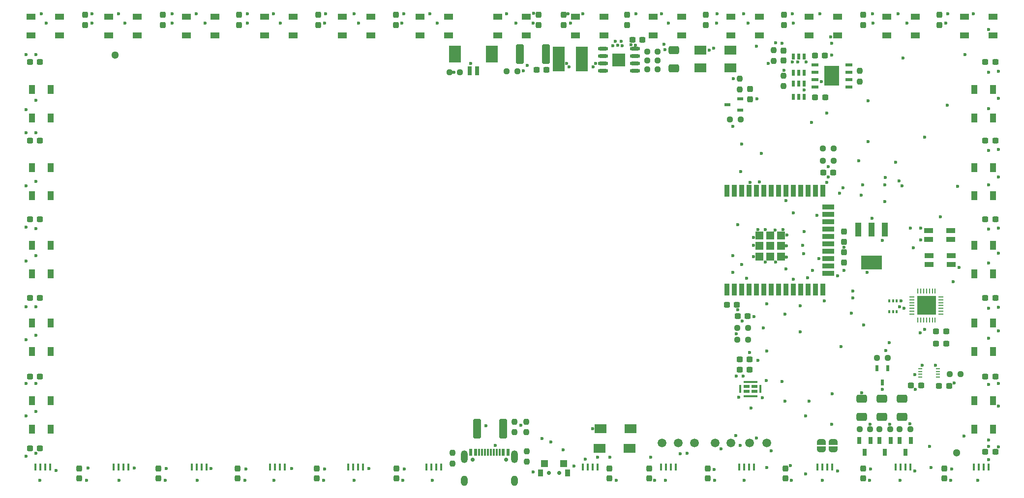
<source format=gbr>
%TF.GenerationSoftware,KiCad,Pcbnew,(6.0.6-0)*%
%TF.CreationDate,2022-08-06T22:16:54+02:00*%
%TF.ProjectId,GlowSignMainPCB,476c6f77-5369-4676-9e4d-61696e504342,rev?*%
%TF.SameCoordinates,Original*%
%TF.FileFunction,Soldermask,Top*%
%TF.FilePolarity,Negative*%
%FSLAX46Y46*%
G04 Gerber Fmt 4.6, Leading zero omitted, Abs format (unit mm)*
G04 Created by KiCad (PCBNEW (6.0.6-0)) date 2022-08-06 22:16:54*
%MOMM*%
%LPD*%
G01*
G04 APERTURE LIST*
G04 Aperture macros list*
%AMRoundRect*
0 Rectangle with rounded corners*
0 $1 Rounding radius*
0 $2 $3 $4 $5 $6 $7 $8 $9 X,Y pos of 4 corners*
0 Add a 4 corners polygon primitive as box body*
4,1,4,$2,$3,$4,$5,$6,$7,$8,$9,$2,$3,0*
0 Add four circle primitives for the rounded corners*
1,1,$1+$1,$2,$3*
1,1,$1+$1,$4,$5*
1,1,$1+$1,$6,$7*
1,1,$1+$1,$8,$9*
0 Add four rect primitives between the rounded corners*
20,1,$1+$1,$2,$3,$4,$5,0*
20,1,$1+$1,$4,$5,$6,$7,0*
20,1,$1+$1,$6,$7,$8,$9,0*
20,1,$1+$1,$8,$9,$2,$3,0*%
%AMFreePoly0*
4,1,22,0.500000,-0.750000,0.000000,-0.750000,0.000000,-0.745033,-0.079941,-0.743568,-0.215256,-0.701293,-0.333266,-0.622738,-0.424486,-0.514219,-0.481581,-0.384460,-0.499164,-0.250000,-0.500000,-0.250000,-0.500000,0.250000,-0.499164,0.250000,-0.499963,0.256109,-0.478152,0.396186,-0.417904,0.524511,-0.324060,0.630769,-0.204165,0.706417,-0.067858,0.745374,0.000000,0.744959,0.000000,0.750000,
0.500000,0.750000,0.500000,-0.750000,0.500000,-0.750000,$1*%
%AMFreePoly1*
4,1,20,0.000000,0.744959,0.073905,0.744508,0.209726,0.703889,0.328688,0.626782,0.421226,0.519385,0.479903,0.390333,0.500000,0.250000,0.500000,-0.250000,0.499851,-0.262216,0.476331,-0.402017,0.414519,-0.529596,0.319384,-0.634700,0.198574,-0.708877,0.061801,-0.746166,0.000000,-0.745033,0.000000,-0.750000,-0.500000,-0.750000,-0.500000,0.750000,0.000000,0.750000,0.000000,0.744959,
0.000000,0.744959,$1*%
G04 Aperture macros list end*
%ADD10RoundRect,0.237500X-0.237500X0.300000X-0.237500X-0.300000X0.237500X-0.300000X0.237500X0.300000X0*%
%ADD11RoundRect,0.237500X-0.250000X-0.237500X0.250000X-0.237500X0.250000X0.237500X-0.250000X0.237500X0*%
%ADD12RoundRect,0.250000X0.650000X-0.412500X0.650000X0.412500X-0.650000X0.412500X-0.650000X-0.412500X0*%
%ADD13R,0.900000X2.000000*%
%ADD14R,2.000000X0.900000*%
%ADD15R,1.330000X1.330000*%
%ADD16RoundRect,0.237500X0.237500X-0.250000X0.237500X0.250000X-0.237500X0.250000X-0.237500X-0.250000X0*%
%ADD17R,1.500000X1.000000*%
%ADD18RoundRect,0.237500X0.237500X-0.300000X0.237500X0.300000X-0.237500X0.300000X-0.237500X-0.300000X0*%
%ADD19RoundRect,0.237500X-0.300000X-0.237500X0.300000X-0.237500X0.300000X0.237500X-0.300000X0.237500X0*%
%ADD20R,2.046380X1.620015*%
%ADD21RoundRect,0.237500X-0.237500X0.250000X-0.237500X-0.250000X0.237500X-0.250000X0.237500X0.250000X0*%
%ADD22RoundRect,0.250000X-0.400000X-1.450000X0.400000X-1.450000X0.400000X1.450000X-0.400000X1.450000X0*%
%ADD23RoundRect,0.250000X0.400000X1.450000X-0.400000X1.450000X-0.400000X-1.450000X0.400000X-1.450000X0*%
%ADD24R,1.000000X1.500000*%
%ADD25R,0.419990X1.300000*%
%ADD26C,0.700025*%
%ADD27R,0.900000X1.200000*%
%ADD28R,1.200000X1.300000*%
%ADD29RoundRect,0.237500X0.250000X0.237500X-0.250000X0.237500X-0.250000X-0.237500X0.250000X-0.237500X0*%
%ADD30O,1.800000X0.600000*%
%ADD31R,2.289992X2.289992*%
%ADD32RoundRect,0.237500X0.300000X0.237500X-0.300000X0.237500X-0.300000X-0.237500X0.300000X-0.237500X0*%
%ADD33R,0.600000X1.070003*%
%ADD34R,0.280010X0.900000*%
%ADD35R,0.900000X0.280010*%
%ADD36R,3.300000X3.300000*%
%ADD37C,1.500000*%
%ADD38R,1.200000X0.600000*%
%ADD39R,2.500000X3.499873*%
%ADD40O,0.750013X0.250013*%
%ADD41FreePoly0,270.000000*%
%ADD42FreePoly1,270.000000*%
%ADD43R,0.700000X1.250013*%
%ADD44R,0.980010X2.470003*%
%ADD45R,3.600000X2.470003*%
%ADD46R,1.500000X0.900000*%
%ADD47R,0.419990X0.600000*%
%ADD48R,0.600000X1.300000*%
%ADD49R,0.300000X1.300000*%
%ADD50O,1.200000X1.800000*%
%ADD51O,1.200000X2.200000*%
%ADD52R,0.532004X1.072009*%
%ADD53RoundRect,0.250000X-0.650000X0.412500X-0.650000X-0.412500X0.650000X-0.412500X0.650000X0.412500X0*%
%ADD54R,0.550013X1.000000*%
%ADD55R,1.050013X0.550013*%
%ADD56R,0.450013X1.400000*%
%ADD57R,2.400000X0.450013*%
%ADD58R,1.037490X0.532004*%
%ADD59R,2.124003X4.220015*%
%ADD60R,2.100000X3.000000*%
%ADD61R,0.800000X1.600000*%
%ADD62C,1.300000*%
%ADD63C,0.600000*%
G04 APERTURE END LIST*
D10*
%TO.C,C30*%
X155651200Y-60605500D03*
X155651200Y-62330500D03*
%TD*%
D11*
%TO.C,R22*%
X174347500Y-68427600D03*
X176172500Y-68427600D03*
%TD*%
D10*
%TO.C,C24*%
X224688400Y-60605500D03*
X224688400Y-62330500D03*
%TD*%
D12*
%TO.C,C56*%
X211328000Y-129832500D03*
X211328000Y-126707500D03*
%TD*%
D13*
%TO.C,U4*%
X188065900Y-107922500D03*
X189335900Y-107922500D03*
X190605900Y-107922500D03*
X191875900Y-107922500D03*
X193145900Y-107922500D03*
X194415900Y-107922500D03*
X195685900Y-107922500D03*
X196955900Y-107922500D03*
X198225900Y-107922500D03*
X199495900Y-107922500D03*
X200765900Y-107922500D03*
X202035900Y-107922500D03*
X203305900Y-107922500D03*
X204575900Y-107922500D03*
D14*
X205575900Y-105137500D03*
X205575900Y-103867500D03*
X205575900Y-102597500D03*
X205575900Y-101327500D03*
X205575900Y-100057500D03*
X205575900Y-98787500D03*
X205575900Y-97517500D03*
X205575900Y-96247500D03*
X205575900Y-94977500D03*
X205575900Y-93707500D03*
D13*
X204575900Y-90922500D03*
X203305900Y-90922500D03*
X202035900Y-90922500D03*
X200765900Y-90922500D03*
X199495900Y-90922500D03*
X198225900Y-90922500D03*
X196955900Y-90922500D03*
X195685900Y-90922500D03*
X194415900Y-90922500D03*
X193145900Y-90922500D03*
X191875900Y-90922500D03*
X190605900Y-90922500D03*
X189335900Y-90922500D03*
X188065900Y-90922500D03*
D15*
X193730900Y-102257500D03*
X195565900Y-100422500D03*
X193730900Y-98587500D03*
X197400900Y-102257500D03*
X197400900Y-98587500D03*
X197400900Y-100422500D03*
X195565900Y-102257500D03*
X193730900Y-100422500D03*
X195565900Y-98587500D03*
%TD*%
D16*
%TO.C,R14*%
X210989106Y-72077101D03*
X210989106Y-70252101D03*
%TD*%
D17*
%TO.C,D17*%
X108482750Y-60961100D03*
X108482750Y-64161100D03*
X113382750Y-64161100D03*
X113382750Y-60961100D03*
%TD*%
%TO.C,D11*%
X188819450Y-60961100D03*
X188819450Y-64161100D03*
X193719450Y-64161100D03*
X193719450Y-60961100D03*
%TD*%
D18*
%TO.C,C47*%
X167894000Y-140460900D03*
X167894000Y-138735900D03*
%TD*%
D19*
%TO.C,C54*%
X224622720Y-124496537D03*
X226347720Y-124496537D03*
%TD*%
D20*
%TO.C,U6*%
X188696631Y-69697600D03*
X183565820Y-69697600D03*
%TD*%
D10*
%TO.C,C25*%
X211531200Y-60605500D03*
X211531200Y-62330500D03*
%TD*%
D21*
%TO.C,R16*%
X190334213Y-71629900D03*
X190334213Y-73454900D03*
%TD*%
D22*
%TO.C,F2*%
X152461000Y-67362700D03*
X156911000Y-67362700D03*
%TD*%
D17*
%TO.C,D14*%
X148651100Y-60961100D03*
X148651100Y-64161100D03*
X153551100Y-64161100D03*
X153551100Y-60961100D03*
%TD*%
D11*
%TO.C,R19*%
X213920700Y-119684800D03*
X215745700Y-119684800D03*
%TD*%
D17*
%TO.C,D8*%
X228987800Y-60961100D03*
X228987800Y-64161100D03*
X233887800Y-64161100D03*
X233887800Y-60961100D03*
%TD*%
D23*
%TO.C,F1*%
X149545000Y-131876800D03*
X145095000Y-131876800D03*
%TD*%
D24*
%TO.C,D3*%
X233910800Y-127056100D03*
X230710800Y-127056100D03*
X230710800Y-131956100D03*
X233910800Y-131956100D03*
%TD*%
D25*
%TO.C,D28*%
X95956244Y-138494400D03*
X96806130Y-138494400D03*
X97656270Y-138494400D03*
X98506156Y-138494400D03*
%TD*%
D26*
%TO.C,SW3*%
X157493460Y-139475768D03*
X159193486Y-139475768D03*
D27*
X160643575Y-139475768D03*
X156043625Y-139475768D03*
D28*
X160018479Y-137925857D03*
X156668467Y-137925857D03*
%TD*%
D17*
%TO.C,D18*%
X95093300Y-60961100D03*
X95093300Y-64161100D03*
X99993300Y-64161100D03*
X99993300Y-60961100D03*
%TD*%
D21*
%TO.C,R2*%
X140817600Y-136044300D03*
X140817600Y-137869300D03*
%TD*%
D29*
%TO.C,R20*%
X216202900Y-131978400D03*
X214377900Y-131978400D03*
%TD*%
D30*
%TO.C,U5*%
X166737437Y-66443202D03*
X166737437Y-67713205D03*
X166737437Y-68983207D03*
X166737437Y-70253210D03*
X172282269Y-70253210D03*
X172282269Y-68983207D03*
X172282269Y-67713205D03*
X172282269Y-66443202D03*
D31*
X169509853Y-68348206D03*
%TD*%
D19*
%TO.C,C41*%
X68122800Y-135229600D03*
X69847800Y-135229600D03*
%TD*%
D10*
%TO.C,C7*%
X208280000Y-101499500D03*
X208280000Y-103224500D03*
%TD*%
D17*
%TO.C,D20*%
X68314400Y-60961100D03*
X68314400Y-64161100D03*
X73214400Y-64161100D03*
X73214400Y-60961100D03*
%TD*%
D29*
%TO.C,R18*%
X219657300Y-131978400D03*
X217832300Y-131978400D03*
%TD*%
D19*
%TO.C,C37*%
X68122800Y-82270600D03*
X69847800Y-82270600D03*
%TD*%
D32*
%TO.C,C12*%
X157021700Y-70104000D03*
X155296700Y-70104000D03*
%TD*%
D17*
%TO.C,D12*%
X175430000Y-60961100D03*
X175430000Y-64161100D03*
X180330000Y-64161100D03*
X180330000Y-60961100D03*
%TD*%
D11*
%TO.C,R17*%
X174345600Y-66903600D03*
X176170600Y-66903600D03*
%TD*%
D33*
%TO.C,U12*%
X215783162Y-121446923D03*
X213883238Y-121446923D03*
X214833200Y-123917077D03*
%TD*%
D34*
%TO.C,U7*%
X220951930Y-113170479D03*
X221452311Y-113170479D03*
X221952692Y-113170479D03*
X222453073Y-113170479D03*
X222953454Y-113170479D03*
X223453835Y-113170479D03*
X223954216Y-113170479D03*
D35*
X224953200Y-112171749D03*
X224953200Y-111671368D03*
X224953200Y-111170987D03*
X224953200Y-110670606D03*
X224953200Y-110170225D03*
X224953200Y-109669844D03*
X224953200Y-109169463D03*
D34*
X223954216Y-108170479D03*
X223453835Y-108170479D03*
X222953454Y-108170479D03*
X222453073Y-108170479D03*
X221952692Y-108170479D03*
X221452311Y-108170479D03*
X220951930Y-108170479D03*
D35*
X219953200Y-109169463D03*
X219953200Y-109669844D03*
X219953200Y-110170225D03*
X219953200Y-110670606D03*
X219953200Y-111170987D03*
X219953200Y-111671368D03*
X219953200Y-112171749D03*
D36*
X222453073Y-110670606D03*
%TD*%
D17*
%TO.C,D10*%
X202208900Y-60961100D03*
X202208900Y-64161100D03*
X207108900Y-64161100D03*
X207108900Y-60961100D03*
%TD*%
D24*
%TO.C,D5*%
X233910800Y-100278100D03*
X230710800Y-100278100D03*
X230710800Y-105178100D03*
X233910800Y-105178100D03*
%TD*%
D37*
%TO.C,TP1*%
X191973200Y-134366000D03*
%TD*%
D10*
%TO.C,C31*%
X131114800Y-60605500D03*
X131114800Y-62330500D03*
%TD*%
D11*
%TO.C,R12*%
X188608913Y-78587600D03*
X190433913Y-78587600D03*
%TD*%
D19*
%TO.C,C39*%
X68122800Y-109347000D03*
X69847800Y-109347000D03*
%TD*%
D18*
%TO.C,C46*%
X131166700Y-140460900D03*
X131166700Y-138735900D03*
%TD*%
D38*
%TO.C,U10*%
X209067412Y-72999605D03*
X209067412Y-71729602D03*
X209067412Y-70459600D03*
X209067412Y-69189597D03*
X203250800Y-69189597D03*
X203250800Y-70459600D03*
X203250800Y-71729602D03*
X203250800Y-72999605D03*
D39*
X206159106Y-71094601D03*
%TD*%
D37*
%TO.C,TP4*%
X186029600Y-134366000D03*
%TD*%
D40*
%TO.C,U3*%
X224434400Y-123021600D03*
X224434400Y-122521473D03*
X224434400Y-122021600D03*
X224434400Y-121521473D03*
X221334578Y-121521473D03*
X221334578Y-122021600D03*
X221334578Y-122521473D03*
X221334578Y-123021600D03*
%TD*%
D24*
%TO.C,D24*%
X68464400Y-118567100D03*
X71664400Y-118567100D03*
X71664400Y-113667100D03*
X68464400Y-113667100D03*
%TD*%
D19*
%TO.C,C36*%
X68122800Y-68732400D03*
X69847800Y-68732400D03*
%TD*%
D10*
%TO.C,C26*%
X197916800Y-60605500D03*
X197916800Y-62330500D03*
%TD*%
D25*
%TO.C,D34*%
X190190244Y-138494400D03*
X191040130Y-138494400D03*
X191890270Y-138494400D03*
X192740156Y-138494400D03*
%TD*%
%TO.C,D26*%
X69032244Y-138494400D03*
X69882130Y-138494400D03*
X70732270Y-138494400D03*
X71582156Y-138494400D03*
%TD*%
D41*
%TO.C,JP2*%
X206400400Y-134173200D03*
D42*
X206400400Y-135473200D03*
%TD*%
D18*
%TO.C,C48*%
X174701200Y-140460900D03*
X174701200Y-138735900D03*
%TD*%
D25*
%TO.C,D32*%
X163266244Y-138494400D03*
X164116130Y-138494400D03*
X164966270Y-138494400D03*
X165816156Y-138494400D03*
%TD*%
D43*
%TO.C,U16*%
X212785962Y-133924800D03*
X210886038Y-133924800D03*
X211836000Y-135924800D03*
%TD*%
D20*
%TO.C,U15*%
X188696631Y-66700425D03*
X183565820Y-66700425D03*
%TD*%
D44*
%TO.C,U18*%
X215304375Y-97564850D03*
X213004400Y-97564850D03*
X210704425Y-97564850D03*
D45*
X213004400Y-103234650D03*
%TD*%
D16*
%TO.C,R11*%
X151545405Y-132484500D03*
X151545405Y-130659500D03*
%TD*%
D18*
%TO.C,C44*%
X103861150Y-140460900D03*
X103861150Y-138735900D03*
%TD*%
D24*
%TO.C,D23*%
X68464400Y-105178100D03*
X71664400Y-105178100D03*
X71664400Y-100278100D03*
X68464400Y-100278100D03*
%TD*%
D12*
%TO.C,C3*%
X218236800Y-129832500D03*
X218236800Y-126707500D03*
%TD*%
D17*
%TO.C,D15*%
X135261650Y-60961100D03*
X135261650Y-64161100D03*
X140161650Y-64161100D03*
X140161650Y-60961100D03*
%TD*%
D19*
%TO.C,C38*%
X68122800Y-95808800D03*
X69847800Y-95808800D03*
%TD*%
%TO.C,C40*%
X68122800Y-122885200D03*
X69847800Y-122885200D03*
%TD*%
D25*
%TO.C,D37*%
X230576244Y-138494400D03*
X231426130Y-138494400D03*
X232276270Y-138494400D03*
X233126156Y-138494400D03*
%TD*%
D46*
%TO.C,SW1*%
X222839276Y-97801936D03*
X226639124Y-97801936D03*
X226639124Y-99302064D03*
X222839276Y-99302064D03*
%TD*%
D29*
%TO.C,R8*%
X151991700Y-70307200D03*
X150166700Y-70307200D03*
%TD*%
D25*
%TO.C,D33*%
X176728244Y-138494400D03*
X177578130Y-138494400D03*
X178428270Y-138494400D03*
X179278156Y-138494400D03*
%TD*%
D24*
%TO.C,D4*%
X233910800Y-113667100D03*
X230710800Y-113667100D03*
X230710800Y-118567100D03*
X233910800Y-118567100D03*
%TD*%
D32*
%TO.C,C19*%
X234288500Y-122885200D03*
X232563500Y-122885200D03*
%TD*%
D10*
%TO.C,C32*%
X117703600Y-60605500D03*
X117703600Y-62330500D03*
%TD*%
D19*
%TO.C,C14*%
X203226606Y-67594601D03*
X204951606Y-67594601D03*
%TD*%
D17*
%TO.C,D19*%
X81703850Y-60961100D03*
X81703850Y-64161100D03*
X86603850Y-64161100D03*
X86603850Y-60961100D03*
%TD*%
D10*
%TO.C,C34*%
X90982800Y-60605500D03*
X90982800Y-62330500D03*
%TD*%
D20*
%TO.C,U17*%
X171475431Y-131876825D03*
X166344620Y-131876825D03*
%TD*%
D29*
%TO.C,R9*%
X142136500Y-70510400D03*
X140311500Y-70510400D03*
%TD*%
D18*
%TO.C,C49*%
X184823100Y-140460900D03*
X184823100Y-138735900D03*
%TD*%
D17*
%TO.C,D16*%
X121872200Y-60961100D03*
X121872200Y-64161100D03*
X126772200Y-64161100D03*
X126772200Y-60961100D03*
%TD*%
D32*
%TO.C,C53*%
X192022900Y-119938800D03*
X190297900Y-119938800D03*
%TD*%
D25*
%TO.C,D29*%
X109418244Y-138494400D03*
X110268130Y-138494400D03*
X111118270Y-138494400D03*
X111968156Y-138494400D03*
%TD*%
D47*
%TO.C,U8*%
X216043010Y-111749633D03*
X216692997Y-111749633D03*
X217342984Y-111749633D03*
X217342984Y-109849709D03*
X216692997Y-109849709D03*
X216043010Y-109849709D03*
%TD*%
D26*
%TO.C,USB1*%
X144328382Y-137197455D03*
X150108418Y-137197455D03*
D48*
X144018502Y-135954884D03*
X144818349Y-135954884D03*
D49*
X145968464Y-135954884D03*
X146968464Y-135954884D03*
X147468336Y-135954884D03*
X148468336Y-135954884D03*
D48*
X150418298Y-135954884D03*
X149618451Y-135954884D03*
D49*
X148968464Y-135954884D03*
X147968464Y-135954884D03*
X146468336Y-135954884D03*
X145468336Y-135954884D03*
D50*
X151538441Y-140877414D03*
D51*
X142898359Y-136697328D03*
D50*
X142898359Y-140877414D03*
D51*
X151538441Y-136697328D03*
%TD*%
D25*
%TO.C,D36*%
X217114244Y-138494400D03*
X217964130Y-138494400D03*
X218814270Y-138494400D03*
X219664156Y-138494400D03*
%TD*%
D10*
%TO.C,C15*%
X197878706Y-66767501D03*
X197878706Y-68492501D03*
%TD*%
D37*
%TO.C,TP7*%
X179730400Y-134366000D03*
%TD*%
%TO.C,TP8*%
X176936400Y-134366000D03*
%TD*%
D19*
%TO.C,C16*%
X171806700Y-64871600D03*
X173531700Y-64871600D03*
%TD*%
D17*
%TO.C,D9*%
X215598350Y-60961100D03*
X215598350Y-64161100D03*
X220498350Y-64161100D03*
X220498350Y-60961100D03*
%TD*%
D37*
%TO.C,TP2*%
X194970400Y-134366000D03*
%TD*%
D24*
%TO.C,D7*%
X233910800Y-73500100D03*
X230710800Y-73500100D03*
X230710800Y-78400100D03*
X233910800Y-78400100D03*
%TD*%
D18*
%TO.C,C42*%
X76555600Y-140460900D03*
X76555600Y-138735900D03*
%TD*%
D11*
%TO.C,R1*%
X226452320Y-122515337D03*
X228277320Y-122515337D03*
%TD*%
D32*
%TO.C,C22*%
X234288500Y-82270600D03*
X232563500Y-82270600D03*
%TD*%
D21*
%TO.C,R3*%
X153670000Y-135739500D03*
X153670000Y-137564500D03*
%TD*%
D32*
%TO.C,C20*%
X234288500Y-109347000D03*
X232563500Y-109347000D03*
%TD*%
D10*
%TO.C,C29*%
X159969200Y-60605500D03*
X159969200Y-62330500D03*
%TD*%
D24*
%TO.C,D25*%
X68464400Y-131956100D03*
X71664400Y-131956100D03*
X71664400Y-127056100D03*
X68464400Y-127056100D03*
%TD*%
%TO.C,D22*%
X68464400Y-91789100D03*
X71664400Y-91789100D03*
X71664400Y-86889100D03*
X68464400Y-86889100D03*
%TD*%
D43*
%TO.C,U14*%
X216265762Y-133924800D03*
X214365838Y-133924800D03*
X215315800Y-135924800D03*
%TD*%
D25*
%TO.C,D35*%
X203652244Y-138494400D03*
X204502130Y-138494400D03*
X205352270Y-138494400D03*
X206202156Y-138494400D03*
%TD*%
D20*
%TO.C,U2*%
X171323031Y-135229625D03*
X166192220Y-135229625D03*
%TD*%
D24*
%TO.C,D6*%
X233910800Y-86889100D03*
X230710800Y-86889100D03*
X230710800Y-91789100D03*
X233910800Y-91789100D03*
%TD*%
D10*
%TO.C,C28*%
X170942000Y-60605500D03*
X170942000Y-62330500D03*
%TD*%
D52*
%TO.C,U11*%
X201399468Y-72405103D03*
X200449506Y-72405103D03*
X199499544Y-72405103D03*
X199499544Y-74703299D03*
X200449506Y-74703299D03*
X201399468Y-74703299D03*
%TD*%
D32*
%TO.C,C11*%
X204993606Y-74822201D03*
X203268606Y-74822201D03*
%TD*%
D29*
%TO.C,R6*%
X191729550Y-114554000D03*
X189904550Y-114554000D03*
%TD*%
D10*
%TO.C,C27*%
X184454800Y-60605500D03*
X184454800Y-62330500D03*
%TD*%
D18*
%TO.C,C45*%
X117513925Y-140460900D03*
X117513925Y-138735900D03*
%TD*%
D32*
%TO.C,C4*%
X225835497Y-117250530D03*
X224110497Y-117250530D03*
%TD*%
D53*
%TO.C,C17*%
X178968400Y-66661900D03*
X178968400Y-69786900D03*
%TD*%
D37*
%TO.C,TP6*%
X182473600Y-134366000D03*
%TD*%
D21*
%TO.C,R10*%
X153568400Y-130659500D03*
X153568400Y-132484500D03*
%TD*%
D29*
%TO.C,R21*%
X212748500Y-131978400D03*
X210923500Y-131978400D03*
%TD*%
D18*
%TO.C,C52*%
X225501200Y-140460900D03*
X225501200Y-138735900D03*
%TD*%
D32*
%TO.C,C2*%
X221523620Y-124445737D03*
X219798620Y-124445737D03*
%TD*%
D10*
%TO.C,C33*%
X104089200Y-60605500D03*
X104089200Y-62330500D03*
%TD*%
D54*
%TO.C,U9*%
X201419366Y-67764150D03*
X200469404Y-67764150D03*
X199519442Y-67764150D03*
X199519442Y-70564252D03*
X200469404Y-70564252D03*
X201419366Y-70564252D03*
%TD*%
D55*
%TO.C,U20*%
X191450517Y-125453255D03*
X192800784Y-125453255D03*
X192800784Y-124603369D03*
X191450517Y-124603369D03*
D56*
X190400733Y-125028312D03*
D57*
X192125651Y-126253357D03*
D56*
X193850568Y-125028312D03*
D57*
X192125651Y-123803268D03*
%TD*%
D43*
%TO.C,U13*%
X219745562Y-133924800D03*
X217845638Y-133924800D03*
X218795600Y-135924800D03*
%TD*%
D32*
%TO.C,C8*%
X191679550Y-112534000D03*
X189954550Y-112534000D03*
%TD*%
D10*
%TO.C,C35*%
X77571600Y-60605500D03*
X77571600Y-62330500D03*
%TD*%
D25*
%TO.C,D27*%
X82494244Y-138494400D03*
X83344130Y-138494400D03*
X84194270Y-138494400D03*
X85044156Y-138494400D03*
%TD*%
D58*
%TO.C,U1*%
X190419559Y-76997562D03*
X190419559Y-75097638D03*
X188216867Y-76047600D03*
%TD*%
D41*
%TO.C,JP1*%
X204368400Y-134162800D03*
D42*
X204368400Y-135462800D03*
%TD*%
D17*
%TO.C,D13*%
X162040550Y-60961100D03*
X162040550Y-64161100D03*
X166940550Y-64161100D03*
X166940550Y-60961100D03*
%TD*%
D24*
%TO.C,D21*%
X68464400Y-78400100D03*
X71664400Y-78400100D03*
X71664400Y-73500100D03*
X68464400Y-73500100D03*
%TD*%
D19*
%TO.C,C6*%
X224110497Y-115150530D03*
X225835497Y-115150530D03*
%TD*%
%TO.C,C1*%
X188108550Y-110510400D03*
X189833550Y-110510400D03*
%TD*%
D25*
%TO.C,D30*%
X122880244Y-138494400D03*
X123730130Y-138494400D03*
X124580270Y-138494400D03*
X125430156Y-138494400D03*
%TD*%
D21*
%TO.C,R13*%
X197878706Y-71086301D03*
X197878706Y-72911301D03*
%TD*%
D18*
%TO.C,C50*%
X198196200Y-140460900D03*
X198196200Y-138735900D03*
%TD*%
D37*
%TO.C,TP5*%
X188766800Y-134366000D03*
%TD*%
D25*
%TO.C,D31*%
X136342244Y-138494400D03*
X137192130Y-138494400D03*
X138042270Y-138494400D03*
X138892156Y-138494400D03*
%TD*%
D32*
%TO.C,C18*%
X234288500Y-135890000D03*
X232563500Y-135890000D03*
%TD*%
D21*
%TO.C,R15*%
X196163850Y-66727701D03*
X196163850Y-68552701D03*
%TD*%
D11*
%TO.C,R7*%
X204624300Y-85742400D03*
X206449300Y-85742400D03*
%TD*%
D32*
%TO.C,C10*%
X192022900Y-121718800D03*
X190297900Y-121718800D03*
%TD*%
D29*
%TO.C,R5*%
X206449300Y-83652400D03*
X204624300Y-83652400D03*
%TD*%
D10*
%TO.C,C13*%
X192061413Y-73407100D03*
X192061413Y-75132100D03*
%TD*%
D19*
%TO.C,C9*%
X204674300Y-87782400D03*
X206399300Y-87782400D03*
%TD*%
D59*
%TO.C,L1*%
X159137600Y-68173600D03*
X163137600Y-68173600D03*
%TD*%
D29*
%TO.C,R4*%
X191729550Y-116574000D03*
X189904550Y-116574000D03*
%TD*%
D18*
%TO.C,C5*%
X208280000Y-99668500D03*
X208280000Y-97943500D03*
%TD*%
D12*
%TO.C,C55*%
X214782400Y-129832500D03*
X214782400Y-126707500D03*
%TD*%
D18*
%TO.C,C51*%
X211569300Y-140460900D03*
X211569300Y-138735900D03*
%TD*%
D60*
%TO.C,U26*%
X141300194Y-67342191D03*
X147650206Y-67342191D03*
D61*
X145100295Y-70242115D03*
X143850105Y-70242115D03*
%TD*%
D46*
%TO.C,SW2*%
X222890076Y-103569264D03*
X226689924Y-103569264D03*
X222890076Y-102069136D03*
X226689924Y-102069136D03*
%TD*%
D29*
%TO.C,R23*%
X176170600Y-69953500D03*
X174345600Y-69953500D03*
%TD*%
D18*
%TO.C,C43*%
X90208375Y-140460900D03*
X90208375Y-138735900D03*
%TD*%
D32*
%TO.C,C23*%
X234288500Y-68732400D03*
X232563500Y-68732400D03*
%TD*%
%TO.C,C21*%
X234288500Y-95808800D03*
X232563500Y-95808800D03*
%TD*%
D62*
X82804000Y-67513200D03*
X227634800Y-136042400D03*
D63*
X167944800Y-136753600D03*
X198374000Y-102311200D03*
X207111600Y-139192000D03*
X69138800Y-115824000D03*
X69138800Y-80924400D03*
X233172000Y-111099600D03*
X207111600Y-105511600D03*
X113131600Y-138734800D03*
X233172000Y-134924800D03*
X226009200Y-76149200D03*
X223012000Y-134924800D03*
X233172000Y-103378000D03*
X126492000Y-138734800D03*
X205536800Y-86766400D03*
X227076000Y-106578400D03*
X199491600Y-106121200D03*
X69138800Y-128879600D03*
X194716400Y-97586800D03*
X91541600Y-138734800D03*
X233172000Y-133858000D03*
X105308400Y-138785600D03*
X192684400Y-102209600D03*
X190500000Y-87579200D03*
X72593200Y-139039600D03*
X233172000Y-116332000D03*
X138226800Y-62026800D03*
X191973200Y-118719600D03*
X206095600Y-65481200D03*
X229108000Y-67411600D03*
X99314000Y-138734800D03*
X233172000Y-76758800D03*
X180035200Y-136194800D03*
X208280000Y-100634800D03*
X200304400Y-68763652D03*
X181203600Y-136093200D03*
X218389200Y-68021200D03*
X193243200Y-75082400D03*
X193395600Y-97586800D03*
X69138800Y-89306400D03*
X168452800Y-65887600D03*
X220472000Y-139192000D03*
X165862000Y-136753600D03*
X192684400Y-100330000D03*
X224028000Y-120954800D03*
X206248000Y-125882400D03*
X132130800Y-62026800D03*
X194665600Y-103174800D03*
X186334400Y-62026800D03*
X212852000Y-138836400D03*
X233172000Y-89865200D03*
X69138800Y-136144000D03*
X194056000Y-84480400D03*
X69138800Y-67411600D03*
X118872000Y-138785600D03*
X69138800Y-110896400D03*
X169316400Y-65836800D03*
X151739600Y-62026800D03*
X227787200Y-90119200D03*
X194970400Y-138582400D03*
X78130400Y-138684000D03*
X185928000Y-138887200D03*
X205968600Y-64439800D03*
X213258400Y-62026800D03*
X199542400Y-62026800D03*
X233172000Y-97485200D03*
X194919600Y-110337600D03*
X105511600Y-62026800D03*
X201269600Y-101701600D03*
X154736800Y-62026800D03*
X190754000Y-113334800D03*
X205282800Y-77520800D03*
X69138800Y-102108000D03*
X169926000Y-65176400D03*
X220522800Y-125120400D03*
X233172000Y-63144400D03*
X191770000Y-62026800D03*
X196392800Y-97637600D03*
X192633600Y-98958400D03*
X161188400Y-62026800D03*
X196494400Y-103174800D03*
X69138800Y-97434400D03*
X118821200Y-62026800D03*
X227177600Y-124002800D03*
X174955200Y-136753600D03*
X206095600Y-67564000D03*
X192278000Y-128320800D03*
X200710800Y-115214400D03*
X214884000Y-99415600D03*
X98247200Y-62026800D03*
X233172000Y-137210800D03*
X197713600Y-97586800D03*
X219710000Y-97332800D03*
X226822000Y-138785600D03*
X228041200Y-104140000D03*
X124663200Y-62026800D03*
X221691200Y-120954800D03*
X225755200Y-62026800D03*
X233172000Y-83972400D03*
X199034400Y-138201400D03*
X212394800Y-75438000D03*
X197916800Y-70154800D03*
X222148400Y-81635600D03*
X198424800Y-98552000D03*
X78790800Y-62026800D03*
X206095600Y-131114800D03*
X170027600Y-65887600D03*
X199370452Y-68763652D03*
X159918400Y-135483600D03*
X111252000Y-62026800D03*
X224840800Y-95351600D03*
X233172000Y-124256800D03*
X69138800Y-124053600D03*
X228904800Y-133146800D03*
X84429600Y-62026800D03*
X132537200Y-138785600D03*
X168859200Y-65175900D03*
X70916800Y-62026800D03*
X233172000Y-70459600D03*
X219049600Y-62026800D03*
X201168000Y-100279200D03*
X69138800Y-75285600D03*
X178054000Y-62026800D03*
X190627000Y-82880200D03*
X211328000Y-125679200D03*
X198374000Y-100380800D03*
X86106000Y-138684000D03*
X193192400Y-65989200D03*
X221437200Y-97332800D03*
X92557600Y-62026800D03*
X189687200Y-122834400D03*
X190144400Y-126492000D03*
X209550000Y-111963200D03*
X212191600Y-104952800D03*
X216001600Y-117094000D03*
X189687200Y-115519200D03*
X211226400Y-91694000D03*
X189941200Y-111353600D03*
X211632800Y-114046000D03*
X213055200Y-95656400D03*
X190347600Y-134721600D03*
X208229200Y-104648000D03*
X209753200Y-109321600D03*
X192786000Y-112572800D03*
X217170000Y-85953600D03*
X212394800Y-82397600D03*
X210820000Y-85750400D03*
X217779600Y-110845600D03*
X221488000Y-99364800D03*
X198120000Y-112166400D03*
X209753200Y-108204000D03*
X220167200Y-100685600D03*
X211429600Y-89865200D03*
X215239600Y-92760800D03*
X220472000Y-122529600D03*
X203911200Y-102565200D03*
X198120000Y-127152400D03*
X202234800Y-127101600D03*
X204876400Y-109880400D03*
X193141600Y-133451600D03*
X153720800Y-69342000D03*
X187045600Y-135382000D03*
X195173600Y-68935600D03*
X189585600Y-133096000D03*
X201726800Y-68732400D03*
X197561200Y-65481200D03*
X144018000Y-68986400D03*
X201422000Y-73558400D03*
X196443600Y-65430400D03*
X193446400Y-120091200D03*
X194919600Y-118516400D03*
X190855600Y-122783600D03*
X194360800Y-114503200D03*
X197612000Y-123748800D03*
X194832900Y-123596400D03*
X194208400Y-126542800D03*
X203606400Y-95097600D03*
X189992000Y-96774000D03*
X201371200Y-97942400D03*
X190601600Y-103581200D03*
X191516000Y-105968800D03*
X218252500Y-90017600D03*
X193700400Y-89357200D03*
X218603978Y-111166827D03*
X207518000Y-91338400D03*
X205282800Y-89458800D03*
X215290400Y-89865200D03*
X218052481Y-109829600D03*
X208076800Y-90424000D03*
X192074800Y-89458800D03*
X217728800Y-89204800D03*
X215341200Y-88646000D03*
X205536800Y-88544400D03*
X164947600Y-131876800D03*
X146608800Y-131368800D03*
X148183600Y-134772400D03*
X222097600Y-114808000D03*
X221335600Y-115407500D03*
X156260800Y-133553200D03*
X215442800Y-118414800D03*
X207772000Y-117703600D03*
X198272400Y-92608400D03*
X202844400Y-104597200D03*
X195681600Y-135686800D03*
X201676000Y-129692400D03*
X199542400Y-94742000D03*
X200710800Y-110744000D03*
X157784800Y-134152700D03*
X189128400Y-102108000D03*
X202692000Y-79095600D03*
X189077600Y-104952800D03*
X152603200Y-131284000D03*
X189077600Y-79806800D03*
X234797600Y-124053600D03*
X234797600Y-70358000D03*
X234797600Y-97332800D03*
X234797600Y-127965200D03*
X96875600Y-140766800D03*
X132435600Y-60401200D03*
X234797600Y-135026400D03*
X212648800Y-140766800D03*
X154792762Y-60372951D03*
X191008000Y-60401200D03*
X191031200Y-140794400D03*
X177522800Y-140794400D03*
X230479600Y-60401200D03*
X67462400Y-102971600D03*
X213156800Y-60401200D03*
X132283200Y-140766800D03*
X92608400Y-60401200D03*
X186006400Y-140794400D03*
X110134400Y-140766800D03*
X234797600Y-110947200D03*
X67462400Y-90068400D03*
X204520800Y-140766800D03*
X123901200Y-140766800D03*
X91440000Y-140766800D03*
X234797600Y-88493600D03*
X226618800Y-140766800D03*
X226110800Y-60401200D03*
X69850000Y-140766800D03*
X234797600Y-101650800D03*
X83362800Y-60401200D03*
X234797600Y-115011200D03*
X123901200Y-60401200D03*
X67462400Y-129692400D03*
X105105200Y-140766800D03*
X67462400Y-97180400D03*
X231292400Y-140766800D03*
X96723200Y-60401200D03*
X176834800Y-60401200D03*
X175638800Y-140794400D03*
X186436000Y-60401200D03*
X77876400Y-140766800D03*
X199186800Y-140766800D03*
X67462400Y-124053600D03*
X118973600Y-60401200D03*
X78790800Y-60401200D03*
X105511600Y-60401200D03*
X83464400Y-140766800D03*
X160731200Y-60401200D03*
X67462400Y-76962000D03*
X163271200Y-60401200D03*
X234797600Y-74980800D03*
X70053200Y-60401200D03*
X172415200Y-60401200D03*
X169085600Y-140794400D03*
X234797600Y-83769200D03*
X136956800Y-60401200D03*
X67462400Y-110845600D03*
X67462400Y-80924400D03*
X118668800Y-140766800D03*
X199390000Y-60401200D03*
X137414000Y-140766800D03*
X150164800Y-60401200D03*
X204114400Y-60401200D03*
X67462400Y-67462400D03*
X67462400Y-116535200D03*
X223215200Y-138582400D03*
X217881200Y-140766800D03*
X217525600Y-60401200D03*
X110032800Y-60401200D03*
X201625200Y-139700000D03*
X67462400Y-136601200D03*
X163677600Y-137160000D03*
X201980800Y-105867200D03*
X204317600Y-72085200D03*
X141122400Y-70459600D03*
X153060400Y-70256400D03*
X198221600Y-104343200D03*
X154736800Y-139293600D03*
X161747200Y-138328400D03*
X216154000Y-131082000D03*
X212750400Y-131114800D03*
X219557600Y-131013200D03*
X214884000Y-125120400D03*
X171551600Y-65786000D03*
X172313600Y-65836800D03*
X177292000Y-65633600D03*
X177393600Y-66598800D03*
X185013600Y-66700400D03*
X185826400Y-66344800D03*
X165506400Y-68935600D03*
X189230000Y-71628000D03*
X165049200Y-69545200D03*
X160477200Y-68935600D03*
X160934400Y-69545200D03*
M02*

</source>
